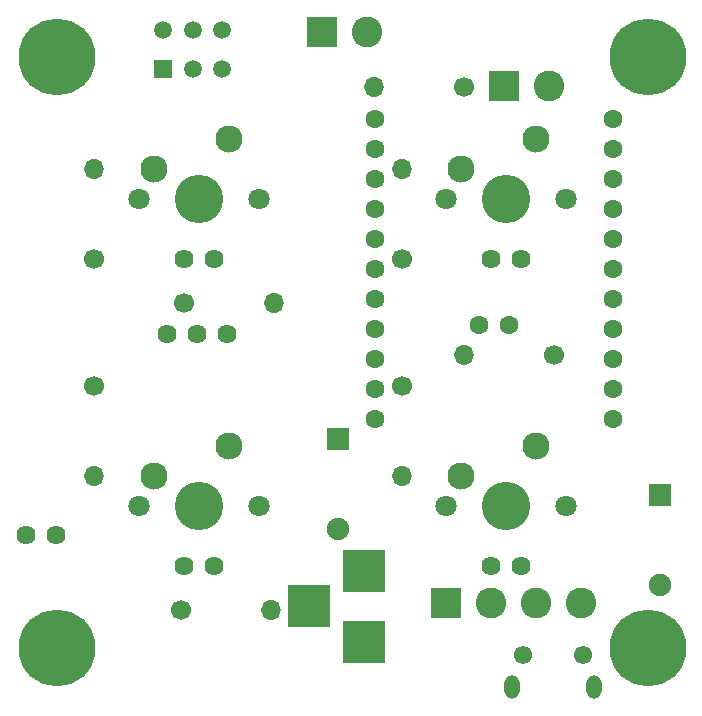
<source format=gbr>
%TF.GenerationSoftware,KiCad,Pcbnew,5.1.6-c6e7f7d~87~ubuntu18.04.1*%
%TF.CreationDate,2020-08-14T14:10:33+02:00*%
%TF.ProjectId,BikeCommunicator,42696b65-436f-46d6-9d75-6e696361746f,rev?*%
%TF.SameCoordinates,Original*%
%TF.FileFunction,Soldermask,Top*%
%TF.FilePolarity,Negative*%
%FSLAX46Y46*%
G04 Gerber Fmt 4.6, Leading zero omitted, Abs format (unit mm)*
G04 Created by KiCad (PCBNEW 5.1.6-c6e7f7d~87~ubuntu18.04.1) date 2020-08-14 14:10:33*
%MOMM*%
%LPD*%
G01*
G04 APERTURE LIST*
%ADD10C,1.600000*%
%ADD11R,3.600000X3.600000*%
%ADD12C,0.900000*%
%ADD13C,6.500000*%
%ADD14O,1.900000X1.900000*%
%ADD15R,1.900000X1.900000*%
%ADD16C,2.599360*%
%ADD17R,2.599360X2.599360*%
%ADD18C,1.500000*%
%ADD19R,1.500000X1.500000*%
%ADD20O,1.300000X2.000000*%
%ADD21C,1.550000*%
%ADD22C,1.624000*%
%ADD23C,1.800000*%
%ADD24C,4.100000*%
%ADD25C,2.300000*%
%ADD26O,1.700000X1.700000*%
%ADD27C,1.700000*%
G04 APERTURE END LIST*
D10*
%TO.C,U2*%
X133270000Y-87651000D03*
X130730000Y-87651000D03*
X121890000Y-70252000D03*
X142110000Y-70252000D03*
X121890000Y-72792000D03*
X142110000Y-72792000D03*
X121890000Y-75332000D03*
X142110000Y-75332000D03*
X121890000Y-77872000D03*
X142110000Y-77872000D03*
X121890000Y-80412000D03*
X142110000Y-80412000D03*
X121890000Y-82952000D03*
X142110000Y-82952000D03*
X121890000Y-85492000D03*
X142110000Y-85492000D03*
X121890000Y-88032000D03*
X142110000Y-88032000D03*
X121890000Y-90572000D03*
X142110000Y-90572000D03*
X121890000Y-93112000D03*
X142110000Y-93112000D03*
X121890000Y-95652000D03*
X142110000Y-95652000D03*
%TD*%
D11*
%TO.C,J1*%
X116300000Y-111500000D03*
X121000000Y-114500000D03*
X121000000Y-108500000D03*
%TD*%
D12*
%TO.C,H4*%
X146697056Y-113302944D03*
X145000000Y-112600000D03*
X143302944Y-113302944D03*
X142600000Y-115000000D03*
X143302944Y-116697056D03*
X145000000Y-117400000D03*
X146697056Y-116697056D03*
X147400000Y-115000000D03*
D13*
X145000000Y-115000000D03*
%TD*%
D12*
%TO.C,H3*%
X96697056Y-113302944D03*
X95000000Y-112600000D03*
X93302944Y-113302944D03*
X92600000Y-115000000D03*
X93302944Y-116697056D03*
X95000000Y-117400000D03*
X96697056Y-116697056D03*
X97400000Y-115000000D03*
D13*
X95000000Y-115000000D03*
%TD*%
D12*
%TO.C,H2*%
X146697056Y-63302944D03*
X145000000Y-62600000D03*
X143302944Y-63302944D03*
X142600000Y-65000000D03*
X143302944Y-66697056D03*
X145000000Y-67400000D03*
X146697056Y-66697056D03*
X147400000Y-65000000D03*
D13*
X145000000Y-65000000D03*
%TD*%
D12*
%TO.C,H1*%
X96697056Y-63302944D03*
X95000000Y-62600000D03*
X93302944Y-63302944D03*
X92600000Y-65000000D03*
X93302944Y-66697056D03*
X95000000Y-67400000D03*
X96697056Y-66697056D03*
X97400000Y-65000000D03*
D13*
X95000000Y-65000000D03*
%TD*%
D14*
%TO.C,D2*%
X146062700Y-109664500D03*
D15*
X146062700Y-102044500D03*
%TD*%
D16*
%TO.C,BT1*%
X121221500Y-62865000D03*
D17*
X117411500Y-62865000D03*
%TD*%
D16*
%TO.C,J4*%
X136664700Y-67475100D03*
D17*
X132854700Y-67475100D03*
%TD*%
D16*
%TO.C,J3*%
X139382500Y-111252000D03*
X135572500Y-111252000D03*
X131762500Y-111252000D03*
D17*
X127952500Y-111252000D03*
%TD*%
D18*
%TO.C,SW5*%
X109013000Y-62740000D03*
X106513000Y-62740000D03*
X104013000Y-62740000D03*
X109013000Y-66040000D03*
X106513000Y-66040000D03*
D19*
X104013000Y-66040000D03*
%TD*%
D20*
%TO.C,J2*%
X133500000Y-118350000D03*
X140500000Y-118350000D03*
D21*
X134500000Y-115650000D03*
X139500000Y-115650000D03*
%TD*%
D14*
%TO.C,D1*%
X118808500Y-104965500D03*
D15*
X118808500Y-97345500D03*
%TD*%
D22*
%TO.C,SW4*%
X131730000Y-108080000D03*
X134270000Y-108080000D03*
D23*
X138080000Y-103000000D03*
X127920000Y-103000000D03*
D24*
X133000000Y-103000000D03*
D25*
X129190000Y-100460000D03*
X135540000Y-97920000D03*
%TD*%
D22*
%TO.C,SW3*%
X105730000Y-108080000D03*
X108270000Y-108080000D03*
D23*
X112080000Y-103000000D03*
X101920000Y-103000000D03*
D24*
X107000000Y-103000000D03*
D25*
X103190000Y-100460000D03*
X109540000Y-97920000D03*
%TD*%
D22*
%TO.C,SW2*%
X131730000Y-82080000D03*
X134270000Y-82080000D03*
D23*
X138080000Y-77000000D03*
X127920000Y-77000000D03*
D24*
X133000000Y-77000000D03*
D25*
X129190000Y-74460000D03*
X135540000Y-71920000D03*
%TD*%
D22*
%TO.C,SW1*%
X105730000Y-82080000D03*
X108270000Y-82080000D03*
D23*
X112080000Y-77000000D03*
X101920000Y-77000000D03*
D24*
X107000000Y-77000000D03*
D25*
X103190000Y-74460000D03*
X109540000Y-71920000D03*
%TD*%
D22*
%TO.C,U1*%
X94946500Y-105434500D03*
X92406500Y-105434500D03*
X109371500Y-88419500D03*
X106831500Y-88419500D03*
X104291500Y-88419500D03*
%TD*%
D26*
%TO.C,R8*%
X124206000Y-100457000D03*
D27*
X124206000Y-92837000D03*
%TD*%
D26*
%TO.C,R7*%
X98171000Y-100457000D03*
D27*
X98171000Y-92837000D03*
%TD*%
D26*
%TO.C,R6*%
X129476500Y-90233500D03*
D27*
X137096500Y-90233500D03*
%TD*%
D26*
%TO.C,R5*%
X113157000Y-111823500D03*
D27*
X105537000Y-111823500D03*
%TD*%
D26*
%TO.C,R4*%
X124206000Y-74485500D03*
D27*
X124206000Y-82105500D03*
%TD*%
D26*
%TO.C,R3*%
X98171000Y-74485500D03*
D27*
X98171000Y-82105500D03*
%TD*%
D26*
%TO.C,R2*%
X121880000Y-67500000D03*
D27*
X129500000Y-67500000D03*
%TD*%
D26*
%TO.C,R1*%
X113347500Y-85852000D03*
D27*
X105727500Y-85852000D03*
%TD*%
M02*

</source>
